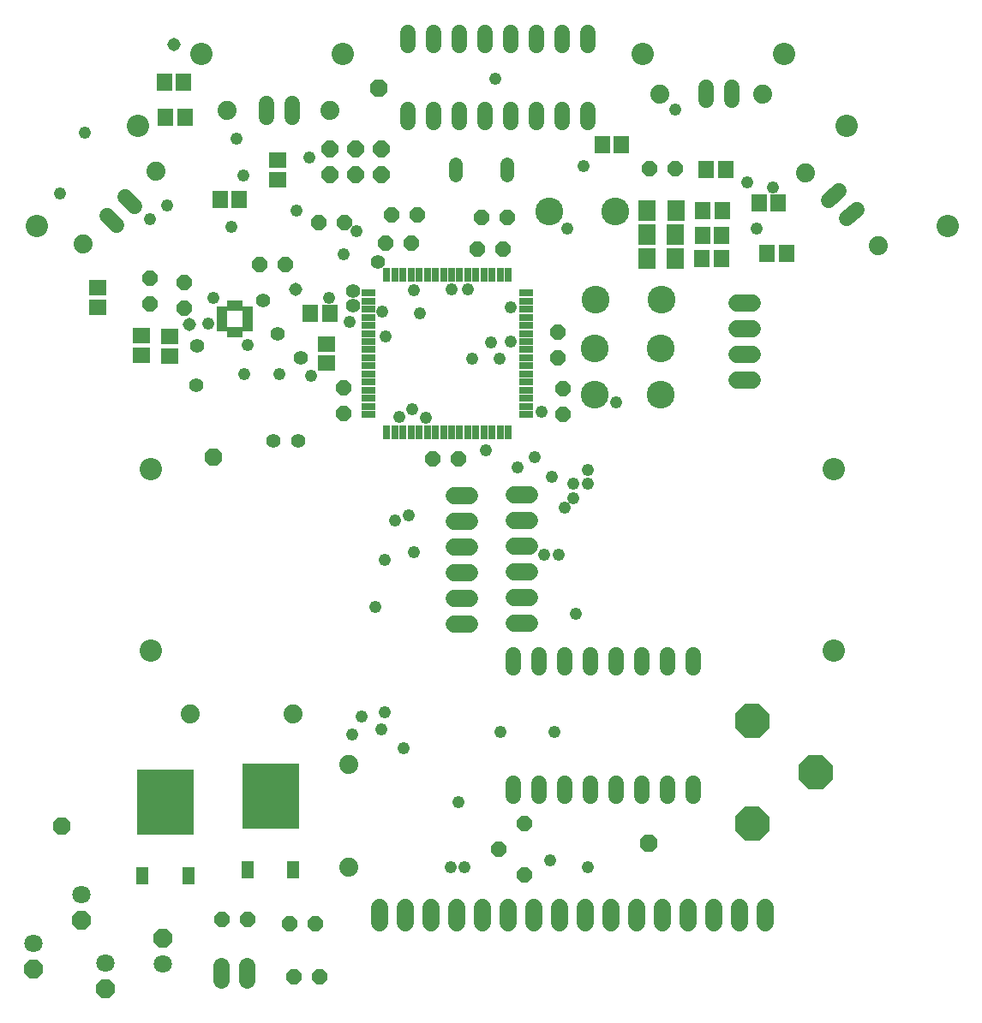
<source format=gts>
G75*
%MOIN*%
%OFA0B0*%
%FSLAX25Y25*%
%IPPOS*%
%LPD*%
%AMOC8*
5,1,8,0,0,1.08239X$1,22.5*
%
%ADD10C,0.08674*%
%ADD11OC8,0.06000*%
%ADD12C,0.07400*%
%ADD13OC8,0.13200*%
%ADD14C,0.06000*%
%ADD15R,0.22060X0.25209*%
%ADD16R,0.04737X0.07099*%
%ADD17R,0.05918X0.06706*%
%ADD18R,0.06706X0.05918*%
%ADD19R,0.07099X0.07898*%
%ADD20R,0.02001X0.04001*%
%ADD21R,0.04001X0.02001*%
%ADD22C,0.06800*%
%ADD23R,0.03000X0.05500*%
%ADD24R,0.05500X0.03000*%
%ADD25C,0.06400*%
%ADD26C,0.05200*%
%ADD27OC8,0.06400*%
%ADD28C,0.10800*%
%ADD29OC8,0.06800*%
%ADD30OC8,0.07100*%
%ADD31C,0.07100*%
%ADD32C,0.05950*%
%ADD33C,0.04800*%
%ADD34C,0.05550*%
%ADD35C,0.05156*%
D10*
X0068003Y0152561D03*
X0068003Y0223427D03*
X0023712Y0317915D03*
X0063082Y0356892D03*
X0087491Y0384845D03*
X0142609Y0384845D03*
X0259145Y0384845D03*
X0314263Y0384845D03*
X0338672Y0356892D03*
X0378043Y0317915D03*
X0333751Y0223427D03*
X0333751Y0152561D03*
D11*
X0228180Y0244498D03*
X0228180Y0254498D03*
X0226424Y0266636D03*
X0226424Y0276636D03*
X0204822Y0309030D03*
X0194822Y0309030D03*
X0196507Y0321404D03*
X0206507Y0321404D03*
X0171641Y0322333D03*
X0161641Y0322333D03*
X0159401Y0311250D03*
X0169401Y0311250D03*
X0143401Y0319226D03*
X0133401Y0319226D03*
X0120129Y0303140D03*
X0110129Y0303140D03*
X0081066Y0296116D03*
X0081066Y0286116D03*
X0067735Y0287538D03*
X0067735Y0297538D03*
X0142794Y0254963D03*
X0142794Y0244963D03*
X0177645Y0227203D03*
X0187645Y0227203D03*
X0261850Y0340167D03*
X0271850Y0340167D03*
X0213224Y0085187D03*
X0203224Y0075187D03*
X0213224Y0065187D03*
X0133491Y0025628D03*
X0123491Y0025628D03*
X0121901Y0046475D03*
X0131901Y0046475D03*
X0105566Y0048045D03*
X0095566Y0048045D03*
D12*
X0145054Y0068423D03*
X0145054Y0108423D03*
X0123212Y0128045D03*
X0083212Y0128045D03*
X0041656Y0311128D03*
X0069941Y0339412D03*
X0097680Y0363022D03*
X0137680Y0363022D03*
X0265830Y0369171D03*
X0305830Y0369171D03*
X0322641Y0338487D03*
X0350925Y0310202D03*
D13*
X0302011Y0125163D03*
X0326511Y0105163D03*
X0302011Y0085163D03*
D14*
X0338701Y0320843D02*
X0342441Y0324456D01*
X0335495Y0331649D02*
X0331754Y0328037D01*
X0293854Y0366859D02*
X0293854Y0372059D01*
X0283854Y0372059D02*
X0283854Y0366859D01*
X0238003Y0363405D02*
X0238003Y0358205D01*
X0228003Y0358205D02*
X0228003Y0363405D01*
X0218003Y0363405D02*
X0218003Y0358205D01*
X0208003Y0358205D02*
X0208003Y0363405D01*
X0198003Y0363405D02*
X0198003Y0358205D01*
X0188003Y0358205D02*
X0188003Y0363405D01*
X0178003Y0363405D02*
X0178003Y0358205D01*
X0168003Y0358205D02*
X0168003Y0363405D01*
X0168003Y0388205D02*
X0168003Y0393405D01*
X0178003Y0393405D02*
X0178003Y0388205D01*
X0188003Y0388205D02*
X0188003Y0393405D01*
X0198003Y0393405D02*
X0198003Y0388205D01*
X0208003Y0388205D02*
X0208003Y0393405D01*
X0218003Y0393405D02*
X0218003Y0388205D01*
X0228003Y0388205D02*
X0228003Y0393405D01*
X0238003Y0393405D02*
X0238003Y0388205D01*
X0122932Y0365539D02*
X0122932Y0360339D01*
X0112932Y0360339D02*
X0112932Y0365539D01*
X0061560Y0325621D02*
X0057813Y0329227D01*
X0050879Y0322021D02*
X0054626Y0318415D01*
D15*
X0114444Y0096069D03*
X0073594Y0093632D03*
D16*
X0082570Y0064892D03*
X0064617Y0064892D03*
X0105468Y0067329D03*
X0123420Y0067329D03*
D17*
X0130007Y0283856D03*
X0137487Y0283856D03*
X0102287Y0328183D03*
X0094806Y0328183D03*
X0081121Y0360160D03*
X0073641Y0360160D03*
X0073121Y0373872D03*
X0080602Y0373872D03*
X0243546Y0349758D03*
X0251027Y0349758D03*
X0283991Y0339955D03*
X0291472Y0339955D03*
X0304527Y0326845D03*
X0312007Y0326845D03*
X0315109Y0307289D03*
X0307629Y0307289D03*
X0289802Y0305392D03*
X0282322Y0305392D03*
X0282483Y0314423D03*
X0289964Y0314423D03*
X0290165Y0323919D03*
X0282684Y0323919D03*
D18*
X0136409Y0272057D03*
X0136409Y0264577D03*
X0075267Y0267439D03*
X0075267Y0274919D03*
X0064413Y0275282D03*
X0064413Y0267801D03*
X0047318Y0286431D03*
X0047318Y0293912D03*
X0117255Y0336077D03*
X0117255Y0343557D03*
D19*
X0260928Y0324030D03*
X0260838Y0314699D03*
X0260814Y0305183D03*
X0272011Y0305183D03*
X0272035Y0314699D03*
X0272125Y0324030D03*
D20*
X0102613Y0286852D03*
X0100645Y0286852D03*
X0098676Y0286852D03*
X0098676Y0276813D03*
X0100645Y0276813D03*
X0102613Y0276813D03*
D21*
X0105665Y0277896D03*
X0105665Y0279864D03*
X0105665Y0281833D03*
X0105665Y0283801D03*
X0105665Y0285770D03*
X0095625Y0285770D03*
X0095625Y0283801D03*
X0095625Y0281833D03*
X0095625Y0279864D03*
X0095625Y0277896D03*
D22*
X0186066Y0212994D02*
X0192066Y0212994D01*
X0192066Y0202994D02*
X0186066Y0202994D01*
X0186066Y0192994D02*
X0192066Y0192994D01*
X0192066Y0182994D02*
X0186066Y0182994D01*
X0186066Y0172994D02*
X0192066Y0172994D01*
X0192066Y0162994D02*
X0186066Y0162994D01*
X0209259Y0163238D02*
X0215259Y0163238D01*
X0215259Y0173238D02*
X0209259Y0173238D01*
X0209259Y0183238D02*
X0215259Y0183238D01*
X0215259Y0193238D02*
X0209259Y0193238D01*
X0209259Y0203238D02*
X0215259Y0203238D01*
X0215259Y0213238D02*
X0209259Y0213238D01*
X0295889Y0258073D02*
X0301889Y0258073D01*
X0301889Y0268073D02*
X0295889Y0268073D01*
X0295889Y0278073D02*
X0301889Y0278073D01*
X0301889Y0288073D02*
X0295889Y0288073D01*
X0296834Y0052549D02*
X0296834Y0046549D01*
X0286834Y0046549D02*
X0286834Y0052549D01*
X0276834Y0052549D02*
X0276834Y0046549D01*
X0266834Y0046549D02*
X0266834Y0052549D01*
X0256834Y0052549D02*
X0256834Y0046549D01*
X0246834Y0046549D02*
X0246834Y0052549D01*
X0236834Y0052549D02*
X0236834Y0046549D01*
X0226834Y0046549D02*
X0226834Y0052549D01*
X0216834Y0052549D02*
X0216834Y0046549D01*
X0206834Y0046549D02*
X0206834Y0052549D01*
X0196834Y0052549D02*
X0196834Y0046549D01*
X0186834Y0046549D02*
X0186834Y0052549D01*
X0176834Y0052549D02*
X0176834Y0046549D01*
X0166834Y0046549D02*
X0166834Y0052549D01*
X0156834Y0052549D02*
X0156834Y0046549D01*
X0306834Y0046549D02*
X0306834Y0052549D01*
D23*
X0206980Y0237553D03*
X0203830Y0237553D03*
X0200680Y0237553D03*
X0197531Y0237553D03*
X0194381Y0237553D03*
X0191231Y0237553D03*
X0188082Y0237553D03*
X0184932Y0237553D03*
X0181783Y0237553D03*
X0178633Y0237553D03*
X0175483Y0237553D03*
X0172334Y0237553D03*
X0169184Y0237553D03*
X0166035Y0237553D03*
X0162885Y0237553D03*
X0159735Y0237553D03*
X0159735Y0298971D03*
X0162885Y0298971D03*
X0166035Y0298971D03*
X0169184Y0298971D03*
X0172334Y0298971D03*
X0175483Y0298971D03*
X0178633Y0298971D03*
X0181783Y0298971D03*
X0184932Y0298971D03*
X0188082Y0298971D03*
X0191231Y0298971D03*
X0194381Y0298971D03*
X0197531Y0298971D03*
X0200680Y0298971D03*
X0203830Y0298971D03*
X0206980Y0298971D03*
D24*
X0214066Y0291884D03*
X0214066Y0288734D03*
X0214066Y0285585D03*
X0214066Y0282435D03*
X0214066Y0279286D03*
X0214066Y0276136D03*
X0214066Y0272986D03*
X0214066Y0269837D03*
X0214066Y0266687D03*
X0214066Y0263538D03*
X0214066Y0260388D03*
X0214066Y0257238D03*
X0214066Y0254089D03*
X0214066Y0250939D03*
X0214066Y0247789D03*
X0214066Y0244640D03*
X0152649Y0244640D03*
X0152649Y0247789D03*
X0152649Y0250939D03*
X0152649Y0254089D03*
X0152649Y0257238D03*
X0152649Y0260388D03*
X0152649Y0263538D03*
X0152649Y0266687D03*
X0152649Y0269837D03*
X0152649Y0272986D03*
X0152649Y0276136D03*
X0152649Y0279286D03*
X0152649Y0282435D03*
X0152649Y0285585D03*
X0152649Y0288734D03*
X0152649Y0291884D03*
D25*
X0105361Y0029893D02*
X0105361Y0024293D01*
X0095361Y0024293D02*
X0095361Y0029893D01*
D26*
X0186468Y0337660D02*
X0186468Y0342060D01*
X0206468Y0342060D02*
X0206468Y0337660D01*
D27*
X0157716Y0338136D03*
X0157716Y0348136D03*
X0147716Y0348136D03*
X0147716Y0338136D03*
X0137716Y0338136D03*
X0137716Y0348136D03*
D28*
X0222893Y0323656D03*
X0248483Y0323656D03*
X0240905Y0289160D03*
X0240743Y0270459D03*
X0240546Y0252364D03*
X0266137Y0252364D03*
X0266334Y0270459D03*
X0266495Y0289160D03*
D29*
X0156617Y0371723D03*
X0092243Y0228108D03*
X0033106Y0084372D03*
X0261743Y0077498D03*
D30*
X0022208Y0028817D03*
X0040818Y0047534D03*
X0050326Y0020978D03*
X0072641Y0040597D03*
D31*
X0072641Y0030597D03*
X0050326Y0030978D03*
X0040818Y0057534D03*
X0022208Y0038817D03*
D32*
X0208980Y0095963D02*
X0208980Y0101112D01*
X0218980Y0101112D02*
X0218980Y0095963D01*
X0228980Y0095963D02*
X0228980Y0101112D01*
X0238980Y0101112D02*
X0238980Y0095963D01*
X0248980Y0095963D02*
X0248980Y0101112D01*
X0258980Y0101112D02*
X0258980Y0095963D01*
X0268980Y0095963D02*
X0268980Y0101112D01*
X0278980Y0101112D02*
X0278980Y0095963D01*
X0278980Y0145963D02*
X0278980Y0151112D01*
X0268980Y0151112D02*
X0268980Y0145963D01*
X0258980Y0145963D02*
X0258980Y0151112D01*
X0248980Y0151112D02*
X0248980Y0145963D01*
X0238980Y0145963D02*
X0238980Y0151112D01*
X0228980Y0151112D02*
X0228980Y0145963D01*
X0218980Y0145963D02*
X0218980Y0151112D01*
X0208980Y0151112D02*
X0208980Y0145963D01*
D33*
X0203830Y0121065D03*
X0224991Y0121065D03*
X0187590Y0093506D03*
X0190050Y0068408D03*
X0184637Y0068408D03*
X0223417Y0071057D03*
X0237787Y0068408D03*
X0166428Y0114667D03*
X0157631Y0122049D03*
X0158827Y0128703D03*
X0149972Y0126826D03*
X0146251Y0120081D03*
X0155109Y0169786D03*
X0158827Y0188129D03*
X0170253Y0191025D03*
X0162983Y0203250D03*
X0168397Y0205219D03*
X0198417Y0230809D03*
X0210720Y0223919D03*
X0217117Y0227856D03*
X0224007Y0220475D03*
X0232373Y0217522D03*
X0232373Y0212108D03*
X0228928Y0208171D03*
X0237787Y0217522D03*
X0237787Y0222935D03*
X0220027Y0245729D03*
X0203512Y0266429D03*
X0200227Y0272729D03*
X0193027Y0266429D03*
X0208012Y0273004D03*
X0207767Y0286419D03*
X0191227Y0293429D03*
X0184927Y0293429D03*
X0170182Y0292952D03*
X0172615Y0283839D03*
X0158009Y0284675D03*
X0159234Y0274933D03*
X0145292Y0280672D03*
X0137393Y0289864D03*
X0142965Y0307023D03*
X0148027Y0315929D03*
X0124709Y0323963D03*
X0129666Y0344729D03*
X0103927Y0337529D03*
X0101227Y0351929D03*
X0074227Y0325829D03*
X0067574Y0320775D03*
X0092227Y0289829D03*
X0090427Y0279929D03*
X0105629Y0271801D03*
X0104143Y0260338D03*
X0117855Y0260365D03*
X0130334Y0259684D03*
X0164460Y0243679D03*
X0169532Y0246612D03*
X0174842Y0243431D03*
X0221054Y0189963D03*
X0226468Y0189963D03*
X0233357Y0166833D03*
X0248827Y0249329D03*
X0229927Y0316829D03*
X0236274Y0341309D03*
X0271995Y0363400D03*
X0299792Y0334829D03*
X0310027Y0333029D03*
X0303727Y0316829D03*
X0202027Y0375329D03*
X0099427Y0317729D03*
X0042342Y0354419D03*
X0032688Y0330506D03*
D34*
X0085763Y0271337D03*
X0085637Y0256124D03*
X0115487Y0234467D03*
X0125342Y0234400D03*
X0126413Y0266671D03*
X0117405Y0276093D03*
X0111554Y0288951D03*
X0146539Y0292786D03*
X0146716Y0286837D03*
X0156397Y0304144D03*
D35*
X0124279Y0293337D03*
X0082783Y0279624D03*
X0077050Y0388585D03*
M02*

</source>
